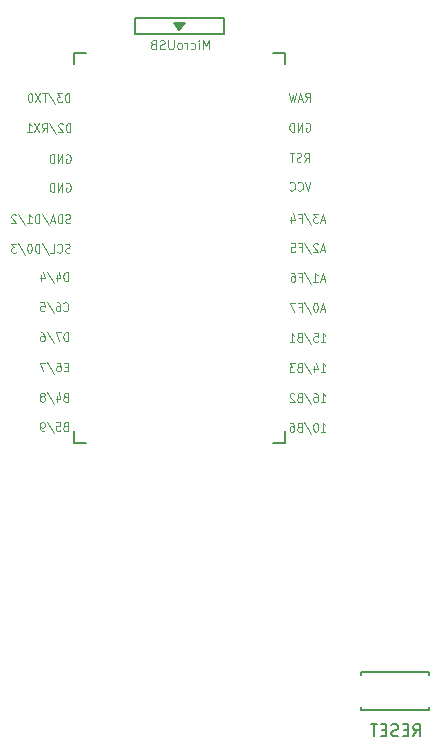
<source format=gbo>
G04 #@! TF.GenerationSoftware,KiCad,Pcbnew,(5.1.10)-1*
G04 #@! TF.CreationDate,2021-05-19T19:05:48-07:00*
G04 #@! TF.ProjectId,numpad,6e756d70-6164-42e6-9b69-6361645f7063,rev?*
G04 #@! TF.SameCoordinates,Original*
G04 #@! TF.FileFunction,Legend,Bot*
G04 #@! TF.FilePolarity,Positive*
%FSLAX46Y46*%
G04 Gerber Fmt 4.6, Leading zero omitted, Abs format (unit mm)*
G04 Created by KiCad (PCBNEW (5.1.10)-1) date 2021-05-19 19:05:48*
%MOMM*%
%LPD*%
G01*
G04 APERTURE LIST*
%ADD10C,0.150000*%
%ADD11C,0.120000*%
%ADD12C,0.125000*%
%ADD13O,2.400000X2.950000*%
%ADD14C,2.400000*%
%ADD15O,2.200000X1.600000*%
%ADD16O,2.200000X1.500000*%
%ADD17O,2.950000X2.400000*%
%ADD18O,1.600000X2.200000*%
%ADD19O,1.500000X2.200000*%
G04 APERTURE END LIST*
D10*
X150343750Y-100793750D02*
X156043750Y-100793750D01*
X156043750Y-100793750D02*
X156043750Y-101043750D01*
X150343750Y-100793750D02*
X150343750Y-101043750D01*
X150343750Y-103993750D02*
X150343750Y-103743750D01*
X150343750Y-103993750D02*
X156043750Y-103993750D01*
X156043750Y-103993750D02*
X156043750Y-103743750D01*
X135087500Y-46275000D02*
X134787500Y-46275000D01*
X135187500Y-46125000D02*
X134687500Y-46125000D01*
X135287500Y-45975000D02*
X134587500Y-45975000D01*
X134937500Y-46475000D02*
X135437500Y-45825000D01*
X134437500Y-45825000D02*
X134937500Y-46475000D01*
X135437500Y-45825000D02*
X134437500Y-45825000D01*
X131187500Y-45475000D02*
X138687500Y-45475000D01*
X131187500Y-46775000D02*
X131187500Y-45475000D01*
X138687500Y-46775000D02*
X131187500Y-46775000D01*
X138687500Y-45475000D02*
X138687500Y-46775000D01*
X143837500Y-48375000D02*
X143837500Y-49375000D01*
X126037500Y-48375000D02*
X126037500Y-49375000D01*
X143837500Y-48375000D02*
X142837500Y-48375000D01*
X126037500Y-48375000D02*
X126987500Y-48375000D01*
X143837500Y-80375000D02*
X143837500Y-81425000D01*
X126037500Y-80425000D02*
X126037500Y-81425000D01*
X143837500Y-81425000D02*
X142837500Y-81425000D01*
X126037500Y-81425000D02*
X127047500Y-81425000D01*
X154741380Y-106243380D02*
X155074714Y-105767190D01*
X155312809Y-106243380D02*
X155312809Y-105243380D01*
X154931857Y-105243380D01*
X154836619Y-105291000D01*
X154789000Y-105338619D01*
X154741380Y-105433857D01*
X154741380Y-105576714D01*
X154789000Y-105671952D01*
X154836619Y-105719571D01*
X154931857Y-105767190D01*
X155312809Y-105767190D01*
X154312809Y-105719571D02*
X153979476Y-105719571D01*
X153836619Y-106243380D02*
X154312809Y-106243380D01*
X154312809Y-105243380D01*
X153836619Y-105243380D01*
X153455666Y-106195761D02*
X153312809Y-106243380D01*
X153074714Y-106243380D01*
X152979476Y-106195761D01*
X152931857Y-106148142D01*
X152884238Y-106052904D01*
X152884238Y-105957666D01*
X152931857Y-105862428D01*
X152979476Y-105814809D01*
X153074714Y-105767190D01*
X153265190Y-105719571D01*
X153360428Y-105671952D01*
X153408047Y-105624333D01*
X153455666Y-105529095D01*
X153455666Y-105433857D01*
X153408047Y-105338619D01*
X153360428Y-105291000D01*
X153265190Y-105243380D01*
X153027095Y-105243380D01*
X152884238Y-105291000D01*
X152455666Y-105719571D02*
X152122333Y-105719571D01*
X151979476Y-106243380D02*
X152455666Y-106243380D01*
X152455666Y-105243380D01*
X151979476Y-105243380D01*
X151693761Y-105243380D02*
X151122333Y-105243380D01*
X151408047Y-106243380D02*
X151408047Y-105243380D01*
D11*
X137433928Y-48064285D02*
X137433928Y-47314285D01*
X137183928Y-47850000D01*
X136933928Y-47314285D01*
X136933928Y-48064285D01*
X136576785Y-48064285D02*
X136576785Y-47564285D01*
X136576785Y-47314285D02*
X136612500Y-47350000D01*
X136576785Y-47385714D01*
X136541071Y-47350000D01*
X136576785Y-47314285D01*
X136576785Y-47385714D01*
X135898214Y-48028571D02*
X135969642Y-48064285D01*
X136112500Y-48064285D01*
X136183928Y-48028571D01*
X136219642Y-47992857D01*
X136255357Y-47921428D01*
X136255357Y-47707142D01*
X136219642Y-47635714D01*
X136183928Y-47600000D01*
X136112500Y-47564285D01*
X135969642Y-47564285D01*
X135898214Y-47600000D01*
X135576785Y-48064285D02*
X135576785Y-47564285D01*
X135576785Y-47707142D02*
X135541071Y-47635714D01*
X135505357Y-47600000D01*
X135433928Y-47564285D01*
X135362500Y-47564285D01*
X135005357Y-48064285D02*
X135076785Y-48028571D01*
X135112500Y-47992857D01*
X135148214Y-47921428D01*
X135148214Y-47707142D01*
X135112500Y-47635714D01*
X135076785Y-47600000D01*
X135005357Y-47564285D01*
X134898214Y-47564285D01*
X134826785Y-47600000D01*
X134791071Y-47635714D01*
X134755357Y-47707142D01*
X134755357Y-47921428D01*
X134791071Y-47992857D01*
X134826785Y-48028571D01*
X134898214Y-48064285D01*
X135005357Y-48064285D01*
X134433928Y-47314285D02*
X134433928Y-47921428D01*
X134398214Y-47992857D01*
X134362500Y-48028571D01*
X134291071Y-48064285D01*
X134148214Y-48064285D01*
X134076785Y-48028571D01*
X134041071Y-47992857D01*
X134005357Y-47921428D01*
X134005357Y-47314285D01*
X133683928Y-48028571D02*
X133576785Y-48064285D01*
X133398214Y-48064285D01*
X133326785Y-48028571D01*
X133291071Y-47992857D01*
X133255357Y-47921428D01*
X133255357Y-47850000D01*
X133291071Y-47778571D01*
X133326785Y-47742857D01*
X133398214Y-47707142D01*
X133541071Y-47671428D01*
X133612500Y-47635714D01*
X133648214Y-47600000D01*
X133683928Y-47528571D01*
X133683928Y-47457142D01*
X133648214Y-47385714D01*
X133612500Y-47350000D01*
X133541071Y-47314285D01*
X133362500Y-47314285D01*
X133255357Y-47350000D01*
X132683928Y-47671428D02*
X132576785Y-47707142D01*
X132541071Y-47742857D01*
X132505357Y-47814285D01*
X132505357Y-47921428D01*
X132541071Y-47992857D01*
X132576785Y-48028571D01*
X132648214Y-48064285D01*
X132933928Y-48064285D01*
X132933928Y-47314285D01*
X132683928Y-47314285D01*
X132612500Y-47350000D01*
X132576785Y-47385714D01*
X132541071Y-47457142D01*
X132541071Y-47528571D01*
X132576785Y-47600000D01*
X132612500Y-47635714D01*
X132683928Y-47671428D01*
X132933928Y-47671428D01*
D12*
X125273690Y-77521428D02*
X125177976Y-77557142D01*
X125146071Y-77592857D01*
X125114166Y-77664285D01*
X125114166Y-77771428D01*
X125146071Y-77842857D01*
X125177976Y-77878571D01*
X125241785Y-77914285D01*
X125497023Y-77914285D01*
X125497023Y-77164285D01*
X125273690Y-77164285D01*
X125209880Y-77200000D01*
X125177976Y-77235714D01*
X125146071Y-77307142D01*
X125146071Y-77378571D01*
X125177976Y-77450000D01*
X125209880Y-77485714D01*
X125273690Y-77521428D01*
X125497023Y-77521428D01*
X124539880Y-77414285D02*
X124539880Y-77914285D01*
X124699404Y-77128571D02*
X124858928Y-77664285D01*
X124444166Y-77664285D01*
X123710357Y-77128571D02*
X124284642Y-78092857D01*
X123391309Y-77485714D02*
X123455119Y-77450000D01*
X123487023Y-77414285D01*
X123518928Y-77342857D01*
X123518928Y-77307142D01*
X123487023Y-77235714D01*
X123455119Y-77200000D01*
X123391309Y-77164285D01*
X123263690Y-77164285D01*
X123199880Y-77200000D01*
X123167976Y-77235714D01*
X123136071Y-77307142D01*
X123136071Y-77342857D01*
X123167976Y-77414285D01*
X123199880Y-77450000D01*
X123263690Y-77485714D01*
X123391309Y-77485714D01*
X123455119Y-77521428D01*
X123487023Y-77557142D01*
X123518928Y-77628571D01*
X123518928Y-77771428D01*
X123487023Y-77842857D01*
X123455119Y-77878571D01*
X123391309Y-77914285D01*
X123263690Y-77914285D01*
X123199880Y-77878571D01*
X123167976Y-77842857D01*
X123136071Y-77771428D01*
X123136071Y-77628571D01*
X123167976Y-77557142D01*
X123199880Y-77521428D01*
X123263690Y-77485714D01*
X125701071Y-55114285D02*
X125701071Y-54364285D01*
X125541547Y-54364285D01*
X125445833Y-54400000D01*
X125382023Y-54471428D01*
X125350119Y-54542857D01*
X125318214Y-54685714D01*
X125318214Y-54792857D01*
X125350119Y-54935714D01*
X125382023Y-55007142D01*
X125445833Y-55078571D01*
X125541547Y-55114285D01*
X125701071Y-55114285D01*
X125062976Y-54435714D02*
X125031071Y-54400000D01*
X124967261Y-54364285D01*
X124807738Y-54364285D01*
X124743928Y-54400000D01*
X124712023Y-54435714D01*
X124680119Y-54507142D01*
X124680119Y-54578571D01*
X124712023Y-54685714D01*
X125094880Y-55114285D01*
X124680119Y-55114285D01*
X123914404Y-54328571D02*
X124488690Y-55292857D01*
X123308214Y-55114285D02*
X123531547Y-54757142D01*
X123691071Y-55114285D02*
X123691071Y-54364285D01*
X123435833Y-54364285D01*
X123372023Y-54400000D01*
X123340119Y-54435714D01*
X123308214Y-54507142D01*
X123308214Y-54614285D01*
X123340119Y-54685714D01*
X123372023Y-54721428D01*
X123435833Y-54757142D01*
X123691071Y-54757142D01*
X123084880Y-54364285D02*
X122638214Y-55114285D01*
X122638214Y-54364285D02*
X123084880Y-55114285D01*
X122032023Y-55114285D02*
X122414880Y-55114285D01*
X122223452Y-55114285D02*
X122223452Y-54364285D01*
X122287261Y-54471428D01*
X122351071Y-54542857D01*
X122414880Y-54578571D01*
X125273690Y-80021428D02*
X125177976Y-80057142D01*
X125146071Y-80092857D01*
X125114166Y-80164285D01*
X125114166Y-80271428D01*
X125146071Y-80342857D01*
X125177976Y-80378571D01*
X125241785Y-80414285D01*
X125497023Y-80414285D01*
X125497023Y-79664285D01*
X125273690Y-79664285D01*
X125209880Y-79700000D01*
X125177976Y-79735714D01*
X125146071Y-79807142D01*
X125146071Y-79878571D01*
X125177976Y-79950000D01*
X125209880Y-79985714D01*
X125273690Y-80021428D01*
X125497023Y-80021428D01*
X124507976Y-79664285D02*
X124827023Y-79664285D01*
X124858928Y-80021428D01*
X124827023Y-79985714D01*
X124763214Y-79950000D01*
X124603690Y-79950000D01*
X124539880Y-79985714D01*
X124507976Y-80021428D01*
X124476071Y-80092857D01*
X124476071Y-80271428D01*
X124507976Y-80342857D01*
X124539880Y-80378571D01*
X124603690Y-80414285D01*
X124763214Y-80414285D01*
X124827023Y-80378571D01*
X124858928Y-80342857D01*
X123710357Y-79628571D02*
X124284642Y-80592857D01*
X123455119Y-80414285D02*
X123327500Y-80414285D01*
X123263690Y-80378571D01*
X123231785Y-80342857D01*
X123167976Y-80235714D01*
X123136071Y-80092857D01*
X123136071Y-79807142D01*
X123167976Y-79735714D01*
X123199880Y-79700000D01*
X123263690Y-79664285D01*
X123391309Y-79664285D01*
X123455119Y-79700000D01*
X123487023Y-79735714D01*
X123518928Y-79807142D01*
X123518928Y-79985714D01*
X123487023Y-80057142D01*
X123455119Y-80092857D01*
X123391309Y-80128571D01*
X123263690Y-80128571D01*
X123199880Y-80092857D01*
X123167976Y-80057142D01*
X123136071Y-79985714D01*
X125114166Y-70192857D02*
X125146071Y-70228571D01*
X125241785Y-70264285D01*
X125305595Y-70264285D01*
X125401309Y-70228571D01*
X125465119Y-70157142D01*
X125497023Y-70085714D01*
X125528928Y-69942857D01*
X125528928Y-69835714D01*
X125497023Y-69692857D01*
X125465119Y-69621428D01*
X125401309Y-69550000D01*
X125305595Y-69514285D01*
X125241785Y-69514285D01*
X125146071Y-69550000D01*
X125114166Y-69585714D01*
X124539880Y-69514285D02*
X124667500Y-69514285D01*
X124731309Y-69550000D01*
X124763214Y-69585714D01*
X124827023Y-69692857D01*
X124858928Y-69835714D01*
X124858928Y-70121428D01*
X124827023Y-70192857D01*
X124795119Y-70228571D01*
X124731309Y-70264285D01*
X124603690Y-70264285D01*
X124539880Y-70228571D01*
X124507976Y-70192857D01*
X124476071Y-70121428D01*
X124476071Y-69942857D01*
X124507976Y-69871428D01*
X124539880Y-69835714D01*
X124603690Y-69800000D01*
X124731309Y-69800000D01*
X124795119Y-69835714D01*
X124827023Y-69871428D01*
X124858928Y-69942857D01*
X123710357Y-69478571D02*
X124284642Y-70442857D01*
X123167976Y-69514285D02*
X123487023Y-69514285D01*
X123518928Y-69871428D01*
X123487023Y-69835714D01*
X123423214Y-69800000D01*
X123263690Y-69800000D01*
X123199880Y-69835714D01*
X123167976Y-69871428D01*
X123136071Y-69942857D01*
X123136071Y-70121428D01*
X123167976Y-70192857D01*
X123199880Y-70228571D01*
X123263690Y-70264285D01*
X123423214Y-70264285D01*
X123487023Y-70228571D01*
X123518928Y-70192857D01*
X125655119Y-65278571D02*
X125559404Y-65314285D01*
X125399880Y-65314285D01*
X125336071Y-65278571D01*
X125304166Y-65242857D01*
X125272261Y-65171428D01*
X125272261Y-65100000D01*
X125304166Y-65028571D01*
X125336071Y-64992857D01*
X125399880Y-64957142D01*
X125527500Y-64921428D01*
X125591309Y-64885714D01*
X125623214Y-64850000D01*
X125655119Y-64778571D01*
X125655119Y-64707142D01*
X125623214Y-64635714D01*
X125591309Y-64600000D01*
X125527500Y-64564285D01*
X125367976Y-64564285D01*
X125272261Y-64600000D01*
X124602261Y-65242857D02*
X124634166Y-65278571D01*
X124729880Y-65314285D01*
X124793690Y-65314285D01*
X124889404Y-65278571D01*
X124953214Y-65207142D01*
X124985119Y-65135714D01*
X125017023Y-64992857D01*
X125017023Y-64885714D01*
X124985119Y-64742857D01*
X124953214Y-64671428D01*
X124889404Y-64600000D01*
X124793690Y-64564285D01*
X124729880Y-64564285D01*
X124634166Y-64600000D01*
X124602261Y-64635714D01*
X123996071Y-65314285D02*
X124315119Y-65314285D01*
X124315119Y-64564285D01*
X123294166Y-64528571D02*
X123868452Y-65492857D01*
X123070833Y-65314285D02*
X123070833Y-64564285D01*
X122911309Y-64564285D01*
X122815595Y-64600000D01*
X122751785Y-64671428D01*
X122719880Y-64742857D01*
X122687976Y-64885714D01*
X122687976Y-64992857D01*
X122719880Y-65135714D01*
X122751785Y-65207142D01*
X122815595Y-65278571D01*
X122911309Y-65314285D01*
X123070833Y-65314285D01*
X122273214Y-64564285D02*
X122209404Y-64564285D01*
X122145595Y-64600000D01*
X122113690Y-64635714D01*
X122081785Y-64707142D01*
X122049880Y-64850000D01*
X122049880Y-65028571D01*
X122081785Y-65171428D01*
X122113690Y-65242857D01*
X122145595Y-65278571D01*
X122209404Y-65314285D01*
X122273214Y-65314285D01*
X122337023Y-65278571D01*
X122368928Y-65242857D01*
X122400833Y-65171428D01*
X122432738Y-65028571D01*
X122432738Y-64850000D01*
X122400833Y-64707142D01*
X122368928Y-64635714D01*
X122337023Y-64600000D01*
X122273214Y-64564285D01*
X121284166Y-64528571D02*
X121858452Y-65492857D01*
X121124642Y-64564285D02*
X120709880Y-64564285D01*
X120933214Y-64850000D01*
X120837500Y-64850000D01*
X120773690Y-64885714D01*
X120741785Y-64921428D01*
X120709880Y-64992857D01*
X120709880Y-65171428D01*
X120741785Y-65242857D01*
X120773690Y-65278571D01*
X120837500Y-65314285D01*
X121028928Y-65314285D01*
X121092738Y-65278571D01*
X121124642Y-65242857D01*
X125671071Y-62778571D02*
X125575357Y-62814285D01*
X125415833Y-62814285D01*
X125352023Y-62778571D01*
X125320119Y-62742857D01*
X125288214Y-62671428D01*
X125288214Y-62600000D01*
X125320119Y-62528571D01*
X125352023Y-62492857D01*
X125415833Y-62457142D01*
X125543452Y-62421428D01*
X125607261Y-62385714D01*
X125639166Y-62350000D01*
X125671071Y-62278571D01*
X125671071Y-62207142D01*
X125639166Y-62135714D01*
X125607261Y-62100000D01*
X125543452Y-62064285D01*
X125383928Y-62064285D01*
X125288214Y-62100000D01*
X125001071Y-62814285D02*
X125001071Y-62064285D01*
X124841547Y-62064285D01*
X124745833Y-62100000D01*
X124682023Y-62171428D01*
X124650119Y-62242857D01*
X124618214Y-62385714D01*
X124618214Y-62492857D01*
X124650119Y-62635714D01*
X124682023Y-62707142D01*
X124745833Y-62778571D01*
X124841547Y-62814285D01*
X125001071Y-62814285D01*
X124362976Y-62600000D02*
X124043928Y-62600000D01*
X124426785Y-62814285D02*
X124203452Y-62064285D01*
X123980119Y-62814285D01*
X123278214Y-62028571D02*
X123852500Y-62992857D01*
X123054880Y-62814285D02*
X123054880Y-62064285D01*
X122895357Y-62064285D01*
X122799642Y-62100000D01*
X122735833Y-62171428D01*
X122703928Y-62242857D01*
X122672023Y-62385714D01*
X122672023Y-62492857D01*
X122703928Y-62635714D01*
X122735833Y-62707142D01*
X122799642Y-62778571D01*
X122895357Y-62814285D01*
X123054880Y-62814285D01*
X122033928Y-62814285D02*
X122416785Y-62814285D01*
X122225357Y-62814285D02*
X122225357Y-62064285D01*
X122289166Y-62171428D01*
X122352976Y-62242857D01*
X122416785Y-62278571D01*
X121268214Y-62028571D02*
X121842500Y-62992857D01*
X121076785Y-62135714D02*
X121044880Y-62100000D01*
X120981071Y-62064285D01*
X120821547Y-62064285D01*
X120757738Y-62100000D01*
X120725833Y-62135714D01*
X120693928Y-62207142D01*
X120693928Y-62278571D01*
X120725833Y-62385714D01*
X121108690Y-62814285D01*
X120693928Y-62814285D01*
X125497023Y-67714285D02*
X125497023Y-66964285D01*
X125337500Y-66964285D01*
X125241785Y-67000000D01*
X125177976Y-67071428D01*
X125146071Y-67142857D01*
X125114166Y-67285714D01*
X125114166Y-67392857D01*
X125146071Y-67535714D01*
X125177976Y-67607142D01*
X125241785Y-67678571D01*
X125337500Y-67714285D01*
X125497023Y-67714285D01*
X124539880Y-67214285D02*
X124539880Y-67714285D01*
X124699404Y-66928571D02*
X124858928Y-67464285D01*
X124444166Y-67464285D01*
X123710357Y-66928571D02*
X124284642Y-67892857D01*
X123199880Y-67214285D02*
X123199880Y-67714285D01*
X123359404Y-66928571D02*
X123518928Y-67464285D01*
X123104166Y-67464285D01*
X125621309Y-52564285D02*
X125621309Y-51814285D01*
X125461785Y-51814285D01*
X125366071Y-51850000D01*
X125302261Y-51921428D01*
X125270357Y-51992857D01*
X125238452Y-52135714D01*
X125238452Y-52242857D01*
X125270357Y-52385714D01*
X125302261Y-52457142D01*
X125366071Y-52528571D01*
X125461785Y-52564285D01*
X125621309Y-52564285D01*
X125015119Y-51814285D02*
X124600357Y-51814285D01*
X124823690Y-52100000D01*
X124727976Y-52100000D01*
X124664166Y-52135714D01*
X124632261Y-52171428D01*
X124600357Y-52242857D01*
X124600357Y-52421428D01*
X124632261Y-52492857D01*
X124664166Y-52528571D01*
X124727976Y-52564285D01*
X124919404Y-52564285D01*
X124983214Y-52528571D01*
X125015119Y-52492857D01*
X123834642Y-51778571D02*
X124408928Y-52742857D01*
X123707023Y-51814285D02*
X123324166Y-51814285D01*
X123515595Y-52564285D02*
X123515595Y-51814285D01*
X123164642Y-51814285D02*
X122717976Y-52564285D01*
X122717976Y-51814285D02*
X123164642Y-52564285D01*
X122335119Y-51814285D02*
X122271309Y-51814285D01*
X122207500Y-51850000D01*
X122175595Y-51885714D01*
X122143690Y-51957142D01*
X122111785Y-52100000D01*
X122111785Y-52278571D01*
X122143690Y-52421428D01*
X122175595Y-52492857D01*
X122207500Y-52528571D01*
X122271309Y-52564285D01*
X122335119Y-52564285D01*
X122398928Y-52528571D01*
X122430833Y-52492857D01*
X122462738Y-52421428D01*
X122494642Y-52278571D01*
X122494642Y-52100000D01*
X122462738Y-51957142D01*
X122430833Y-51885714D01*
X122398928Y-51850000D01*
X122335119Y-51814285D01*
X125342976Y-59450000D02*
X125406785Y-59414285D01*
X125502500Y-59414285D01*
X125598214Y-59450000D01*
X125662023Y-59521428D01*
X125693928Y-59592857D01*
X125725833Y-59735714D01*
X125725833Y-59842857D01*
X125693928Y-59985714D01*
X125662023Y-60057142D01*
X125598214Y-60128571D01*
X125502500Y-60164285D01*
X125438690Y-60164285D01*
X125342976Y-60128571D01*
X125311071Y-60092857D01*
X125311071Y-59842857D01*
X125438690Y-59842857D01*
X125023928Y-60164285D02*
X125023928Y-59414285D01*
X124641071Y-60164285D01*
X124641071Y-59414285D01*
X124322023Y-60164285D02*
X124322023Y-59414285D01*
X124162500Y-59414285D01*
X124066785Y-59450000D01*
X124002976Y-59521428D01*
X123971071Y-59592857D01*
X123939166Y-59735714D01*
X123939166Y-59842857D01*
X123971071Y-59985714D01*
X124002976Y-60057142D01*
X124066785Y-60128571D01*
X124162500Y-60164285D01*
X124322023Y-60164285D01*
X125342976Y-57000000D02*
X125406785Y-56964285D01*
X125502500Y-56964285D01*
X125598214Y-57000000D01*
X125662023Y-57071428D01*
X125693928Y-57142857D01*
X125725833Y-57285714D01*
X125725833Y-57392857D01*
X125693928Y-57535714D01*
X125662023Y-57607142D01*
X125598214Y-57678571D01*
X125502500Y-57714285D01*
X125438690Y-57714285D01*
X125342976Y-57678571D01*
X125311071Y-57642857D01*
X125311071Y-57392857D01*
X125438690Y-57392857D01*
X125023928Y-57714285D02*
X125023928Y-56964285D01*
X124641071Y-57714285D01*
X124641071Y-56964285D01*
X124322023Y-57714285D02*
X124322023Y-56964285D01*
X124162500Y-56964285D01*
X124066785Y-57000000D01*
X124002976Y-57071428D01*
X123971071Y-57142857D01*
X123939166Y-57285714D01*
X123939166Y-57392857D01*
X123971071Y-57535714D01*
X124002976Y-57607142D01*
X124066785Y-57678571D01*
X124162500Y-57714285D01*
X124322023Y-57714285D01*
X125497023Y-72814285D02*
X125497023Y-72064285D01*
X125337500Y-72064285D01*
X125241785Y-72100000D01*
X125177976Y-72171428D01*
X125146071Y-72242857D01*
X125114166Y-72385714D01*
X125114166Y-72492857D01*
X125146071Y-72635714D01*
X125177976Y-72707142D01*
X125241785Y-72778571D01*
X125337500Y-72814285D01*
X125497023Y-72814285D01*
X124890833Y-72064285D02*
X124444166Y-72064285D01*
X124731309Y-72814285D01*
X123710357Y-72028571D02*
X124284642Y-72992857D01*
X123199880Y-72064285D02*
X123327500Y-72064285D01*
X123391309Y-72100000D01*
X123423214Y-72135714D01*
X123487023Y-72242857D01*
X123518928Y-72385714D01*
X123518928Y-72671428D01*
X123487023Y-72742857D01*
X123455119Y-72778571D01*
X123391309Y-72814285D01*
X123263690Y-72814285D01*
X123199880Y-72778571D01*
X123167976Y-72742857D01*
X123136071Y-72671428D01*
X123136071Y-72492857D01*
X123167976Y-72421428D01*
X123199880Y-72385714D01*
X123263690Y-72350000D01*
X123391309Y-72350000D01*
X123455119Y-72385714D01*
X123487023Y-72421428D01*
X123518928Y-72492857D01*
X125465119Y-74971428D02*
X125241785Y-74971428D01*
X125146071Y-75364285D02*
X125465119Y-75364285D01*
X125465119Y-74614285D01*
X125146071Y-74614285D01*
X124571785Y-74614285D02*
X124699404Y-74614285D01*
X124763214Y-74650000D01*
X124795119Y-74685714D01*
X124858928Y-74792857D01*
X124890833Y-74935714D01*
X124890833Y-75221428D01*
X124858928Y-75292857D01*
X124827023Y-75328571D01*
X124763214Y-75364285D01*
X124635595Y-75364285D01*
X124571785Y-75328571D01*
X124539880Y-75292857D01*
X124507976Y-75221428D01*
X124507976Y-75042857D01*
X124539880Y-74971428D01*
X124571785Y-74935714D01*
X124635595Y-74900000D01*
X124763214Y-74900000D01*
X124827023Y-74935714D01*
X124858928Y-74971428D01*
X124890833Y-75042857D01*
X123742261Y-74578571D02*
X124316547Y-75542857D01*
X123582738Y-74614285D02*
X123136071Y-74614285D01*
X123423214Y-75364285D01*
X146915119Y-77964285D02*
X147297976Y-77964285D01*
X147106547Y-77964285D02*
X147106547Y-77214285D01*
X147170357Y-77321428D01*
X147234166Y-77392857D01*
X147297976Y-77428571D01*
X146340833Y-77214285D02*
X146468452Y-77214285D01*
X146532261Y-77250000D01*
X146564166Y-77285714D01*
X146627976Y-77392857D01*
X146659880Y-77535714D01*
X146659880Y-77821428D01*
X146627976Y-77892857D01*
X146596071Y-77928571D01*
X146532261Y-77964285D01*
X146404642Y-77964285D01*
X146340833Y-77928571D01*
X146308928Y-77892857D01*
X146277023Y-77821428D01*
X146277023Y-77642857D01*
X146308928Y-77571428D01*
X146340833Y-77535714D01*
X146404642Y-77500000D01*
X146532261Y-77500000D01*
X146596071Y-77535714D01*
X146627976Y-77571428D01*
X146659880Y-77642857D01*
X145511309Y-77178571D02*
X146085595Y-78142857D01*
X145064642Y-77571428D02*
X144968928Y-77607142D01*
X144937023Y-77642857D01*
X144905119Y-77714285D01*
X144905119Y-77821428D01*
X144937023Y-77892857D01*
X144968928Y-77928571D01*
X145032738Y-77964285D01*
X145287976Y-77964285D01*
X145287976Y-77214285D01*
X145064642Y-77214285D01*
X145000833Y-77250000D01*
X144968928Y-77285714D01*
X144937023Y-77357142D01*
X144937023Y-77428571D01*
X144968928Y-77500000D01*
X145000833Y-77535714D01*
X145064642Y-77571428D01*
X145287976Y-77571428D01*
X144649880Y-77285714D02*
X144617976Y-77250000D01*
X144554166Y-77214285D01*
X144394642Y-77214285D01*
X144330833Y-77250000D01*
X144298928Y-77285714D01*
X144267023Y-77357142D01*
X144267023Y-77428571D01*
X144298928Y-77535714D01*
X144681785Y-77964285D01*
X144267023Y-77964285D01*
X146915119Y-80464285D02*
X147297976Y-80464285D01*
X147106547Y-80464285D02*
X147106547Y-79714285D01*
X147170357Y-79821428D01*
X147234166Y-79892857D01*
X147297976Y-79928571D01*
X146500357Y-79714285D02*
X146436547Y-79714285D01*
X146372738Y-79750000D01*
X146340833Y-79785714D01*
X146308928Y-79857142D01*
X146277023Y-80000000D01*
X146277023Y-80178571D01*
X146308928Y-80321428D01*
X146340833Y-80392857D01*
X146372738Y-80428571D01*
X146436547Y-80464285D01*
X146500357Y-80464285D01*
X146564166Y-80428571D01*
X146596071Y-80392857D01*
X146627976Y-80321428D01*
X146659880Y-80178571D01*
X146659880Y-80000000D01*
X146627976Y-79857142D01*
X146596071Y-79785714D01*
X146564166Y-79750000D01*
X146500357Y-79714285D01*
X145511309Y-79678571D02*
X146085595Y-80642857D01*
X145064642Y-80071428D02*
X144968928Y-80107142D01*
X144937023Y-80142857D01*
X144905119Y-80214285D01*
X144905119Y-80321428D01*
X144937023Y-80392857D01*
X144968928Y-80428571D01*
X145032738Y-80464285D01*
X145287976Y-80464285D01*
X145287976Y-79714285D01*
X145064642Y-79714285D01*
X145000833Y-79750000D01*
X144968928Y-79785714D01*
X144937023Y-79857142D01*
X144937023Y-79928571D01*
X144968928Y-80000000D01*
X145000833Y-80035714D01*
X145064642Y-80071428D01*
X145287976Y-80071428D01*
X144330833Y-79714285D02*
X144458452Y-79714285D01*
X144522261Y-79750000D01*
X144554166Y-79785714D01*
X144617976Y-79892857D01*
X144649880Y-80035714D01*
X144649880Y-80321428D01*
X144617976Y-80392857D01*
X144586071Y-80428571D01*
X144522261Y-80464285D01*
X144394642Y-80464285D01*
X144330833Y-80428571D01*
X144298928Y-80392857D01*
X144267023Y-80321428D01*
X144267023Y-80142857D01*
X144298928Y-80071428D01*
X144330833Y-80035714D01*
X144394642Y-80000000D01*
X144522261Y-80000000D01*
X144586071Y-80035714D01*
X144617976Y-80071428D01*
X144649880Y-80142857D01*
X146915119Y-75414285D02*
X147297976Y-75414285D01*
X147106547Y-75414285D02*
X147106547Y-74664285D01*
X147170357Y-74771428D01*
X147234166Y-74842857D01*
X147297976Y-74878571D01*
X146340833Y-74914285D02*
X146340833Y-75414285D01*
X146500357Y-74628571D02*
X146659880Y-75164285D01*
X146245119Y-75164285D01*
X145511309Y-74628571D02*
X146085595Y-75592857D01*
X145064642Y-75021428D02*
X144968928Y-75057142D01*
X144937023Y-75092857D01*
X144905119Y-75164285D01*
X144905119Y-75271428D01*
X144937023Y-75342857D01*
X144968928Y-75378571D01*
X145032738Y-75414285D01*
X145287976Y-75414285D01*
X145287976Y-74664285D01*
X145064642Y-74664285D01*
X145000833Y-74700000D01*
X144968928Y-74735714D01*
X144937023Y-74807142D01*
X144937023Y-74878571D01*
X144968928Y-74950000D01*
X145000833Y-74985714D01*
X145064642Y-75021428D01*
X145287976Y-75021428D01*
X144681785Y-74664285D02*
X144267023Y-74664285D01*
X144490357Y-74950000D01*
X144394642Y-74950000D01*
X144330833Y-74985714D01*
X144298928Y-75021428D01*
X144267023Y-75092857D01*
X144267023Y-75271428D01*
X144298928Y-75342857D01*
X144330833Y-75378571D01*
X144394642Y-75414285D01*
X144586071Y-75414285D01*
X144649880Y-75378571D01*
X144681785Y-75342857D01*
X146915119Y-72864285D02*
X147297976Y-72864285D01*
X147106547Y-72864285D02*
X147106547Y-72114285D01*
X147170357Y-72221428D01*
X147234166Y-72292857D01*
X147297976Y-72328571D01*
X146308928Y-72114285D02*
X146627976Y-72114285D01*
X146659880Y-72471428D01*
X146627976Y-72435714D01*
X146564166Y-72400000D01*
X146404642Y-72400000D01*
X146340833Y-72435714D01*
X146308928Y-72471428D01*
X146277023Y-72542857D01*
X146277023Y-72721428D01*
X146308928Y-72792857D01*
X146340833Y-72828571D01*
X146404642Y-72864285D01*
X146564166Y-72864285D01*
X146627976Y-72828571D01*
X146659880Y-72792857D01*
X145511309Y-72078571D02*
X146085595Y-73042857D01*
X145064642Y-72471428D02*
X144968928Y-72507142D01*
X144937023Y-72542857D01*
X144905119Y-72614285D01*
X144905119Y-72721428D01*
X144937023Y-72792857D01*
X144968928Y-72828571D01*
X145032738Y-72864285D01*
X145287976Y-72864285D01*
X145287976Y-72114285D01*
X145064642Y-72114285D01*
X145000833Y-72150000D01*
X144968928Y-72185714D01*
X144937023Y-72257142D01*
X144937023Y-72328571D01*
X144968928Y-72400000D01*
X145000833Y-72435714D01*
X145064642Y-72471428D01*
X145287976Y-72471428D01*
X144267023Y-72864285D02*
X144649880Y-72864285D01*
X144458452Y-72864285D02*
X144458452Y-72114285D01*
X144522261Y-72221428D01*
X144586071Y-72292857D01*
X144649880Y-72328571D01*
X147218214Y-70100000D02*
X146899166Y-70100000D01*
X147282023Y-70314285D02*
X147058690Y-69564285D01*
X146835357Y-70314285D01*
X146484404Y-69564285D02*
X146420595Y-69564285D01*
X146356785Y-69600000D01*
X146324880Y-69635714D01*
X146292976Y-69707142D01*
X146261071Y-69850000D01*
X146261071Y-70028571D01*
X146292976Y-70171428D01*
X146324880Y-70242857D01*
X146356785Y-70278571D01*
X146420595Y-70314285D01*
X146484404Y-70314285D01*
X146548214Y-70278571D01*
X146580119Y-70242857D01*
X146612023Y-70171428D01*
X146643928Y-70028571D01*
X146643928Y-69850000D01*
X146612023Y-69707142D01*
X146580119Y-69635714D01*
X146548214Y-69600000D01*
X146484404Y-69564285D01*
X145495357Y-69528571D02*
X146069642Y-70492857D01*
X145048690Y-69921428D02*
X145272023Y-69921428D01*
X145272023Y-70314285D02*
X145272023Y-69564285D01*
X144952976Y-69564285D01*
X144761547Y-69564285D02*
X144314880Y-69564285D01*
X144602023Y-70314285D01*
X147218214Y-67550000D02*
X146899166Y-67550000D01*
X147282023Y-67764285D02*
X147058690Y-67014285D01*
X146835357Y-67764285D01*
X146261071Y-67764285D02*
X146643928Y-67764285D01*
X146452500Y-67764285D02*
X146452500Y-67014285D01*
X146516309Y-67121428D01*
X146580119Y-67192857D01*
X146643928Y-67228571D01*
X145495357Y-66978571D02*
X146069642Y-67942857D01*
X145048690Y-67371428D02*
X145272023Y-67371428D01*
X145272023Y-67764285D02*
X145272023Y-67014285D01*
X144952976Y-67014285D01*
X144410595Y-67014285D02*
X144538214Y-67014285D01*
X144602023Y-67050000D01*
X144633928Y-67085714D01*
X144697738Y-67192857D01*
X144729642Y-67335714D01*
X144729642Y-67621428D01*
X144697738Y-67692857D01*
X144665833Y-67728571D01*
X144602023Y-67764285D01*
X144474404Y-67764285D01*
X144410595Y-67728571D01*
X144378690Y-67692857D01*
X144346785Y-67621428D01*
X144346785Y-67442857D01*
X144378690Y-67371428D01*
X144410595Y-67335714D01*
X144474404Y-67300000D01*
X144602023Y-67300000D01*
X144665833Y-67335714D01*
X144697738Y-67371428D01*
X144729642Y-67442857D01*
X147218214Y-65050000D02*
X146899166Y-65050000D01*
X147282023Y-65264285D02*
X147058690Y-64514285D01*
X146835357Y-65264285D01*
X146643928Y-64585714D02*
X146612023Y-64550000D01*
X146548214Y-64514285D01*
X146388690Y-64514285D01*
X146324880Y-64550000D01*
X146292976Y-64585714D01*
X146261071Y-64657142D01*
X146261071Y-64728571D01*
X146292976Y-64835714D01*
X146675833Y-65264285D01*
X146261071Y-65264285D01*
X145495357Y-64478571D02*
X146069642Y-65442857D01*
X145048690Y-64871428D02*
X145272023Y-64871428D01*
X145272023Y-65264285D02*
X145272023Y-64514285D01*
X144952976Y-64514285D01*
X144378690Y-64514285D02*
X144697738Y-64514285D01*
X144729642Y-64871428D01*
X144697738Y-64835714D01*
X144633928Y-64800000D01*
X144474404Y-64800000D01*
X144410595Y-64835714D01*
X144378690Y-64871428D01*
X144346785Y-64942857D01*
X144346785Y-65121428D01*
X144378690Y-65192857D01*
X144410595Y-65228571D01*
X144474404Y-65264285D01*
X144633928Y-65264285D01*
X144697738Y-65228571D01*
X144729642Y-65192857D01*
X147218214Y-62550000D02*
X146899166Y-62550000D01*
X147282023Y-62764285D02*
X147058690Y-62014285D01*
X146835357Y-62764285D01*
X146675833Y-62014285D02*
X146261071Y-62014285D01*
X146484404Y-62300000D01*
X146388690Y-62300000D01*
X146324880Y-62335714D01*
X146292976Y-62371428D01*
X146261071Y-62442857D01*
X146261071Y-62621428D01*
X146292976Y-62692857D01*
X146324880Y-62728571D01*
X146388690Y-62764285D01*
X146580119Y-62764285D01*
X146643928Y-62728571D01*
X146675833Y-62692857D01*
X145495357Y-61978571D02*
X146069642Y-62942857D01*
X145048690Y-62371428D02*
X145272023Y-62371428D01*
X145272023Y-62764285D02*
X145272023Y-62014285D01*
X144952976Y-62014285D01*
X144410595Y-62264285D02*
X144410595Y-62764285D01*
X144570119Y-61978571D02*
X144729642Y-62514285D01*
X144314880Y-62514285D01*
X146025833Y-59314285D02*
X145802500Y-60064285D01*
X145579166Y-59314285D01*
X144972976Y-59992857D02*
X145004880Y-60028571D01*
X145100595Y-60064285D01*
X145164404Y-60064285D01*
X145260119Y-60028571D01*
X145323928Y-59957142D01*
X145355833Y-59885714D01*
X145387738Y-59742857D01*
X145387738Y-59635714D01*
X145355833Y-59492857D01*
X145323928Y-59421428D01*
X145260119Y-59350000D01*
X145164404Y-59314285D01*
X145100595Y-59314285D01*
X145004880Y-59350000D01*
X144972976Y-59385714D01*
X144302976Y-59992857D02*
X144334880Y-60028571D01*
X144430595Y-60064285D01*
X144494404Y-60064285D01*
X144590119Y-60028571D01*
X144653928Y-59957142D01*
X144685833Y-59885714D01*
X144717738Y-59742857D01*
X144717738Y-59635714D01*
X144685833Y-59492857D01*
X144653928Y-59421428D01*
X144590119Y-59350000D01*
X144494404Y-59314285D01*
X144430595Y-59314285D01*
X144334880Y-59350000D01*
X144302976Y-59385714D01*
X145499404Y-57614285D02*
X145722738Y-57257142D01*
X145882261Y-57614285D02*
X145882261Y-56864285D01*
X145627023Y-56864285D01*
X145563214Y-56900000D01*
X145531309Y-56935714D01*
X145499404Y-57007142D01*
X145499404Y-57114285D01*
X145531309Y-57185714D01*
X145563214Y-57221428D01*
X145627023Y-57257142D01*
X145882261Y-57257142D01*
X145244166Y-57578571D02*
X145148452Y-57614285D01*
X144988928Y-57614285D01*
X144925119Y-57578571D01*
X144893214Y-57542857D01*
X144861309Y-57471428D01*
X144861309Y-57400000D01*
X144893214Y-57328571D01*
X144925119Y-57292857D01*
X144988928Y-57257142D01*
X145116547Y-57221428D01*
X145180357Y-57185714D01*
X145212261Y-57150000D01*
X145244166Y-57078571D01*
X145244166Y-57007142D01*
X145212261Y-56935714D01*
X145180357Y-56900000D01*
X145116547Y-56864285D01*
X144957023Y-56864285D01*
X144861309Y-56900000D01*
X144669880Y-56864285D02*
X144287023Y-56864285D01*
X144478452Y-57614285D02*
X144478452Y-56864285D01*
X145642976Y-54350000D02*
X145706785Y-54314285D01*
X145802500Y-54314285D01*
X145898214Y-54350000D01*
X145962023Y-54421428D01*
X145993928Y-54492857D01*
X146025833Y-54635714D01*
X146025833Y-54742857D01*
X145993928Y-54885714D01*
X145962023Y-54957142D01*
X145898214Y-55028571D01*
X145802500Y-55064285D01*
X145738690Y-55064285D01*
X145642976Y-55028571D01*
X145611071Y-54992857D01*
X145611071Y-54742857D01*
X145738690Y-54742857D01*
X145323928Y-55064285D02*
X145323928Y-54314285D01*
X144941071Y-55064285D01*
X144941071Y-54314285D01*
X144622023Y-55064285D02*
X144622023Y-54314285D01*
X144462500Y-54314285D01*
X144366785Y-54350000D01*
X144302976Y-54421428D01*
X144271071Y-54492857D01*
X144239166Y-54635714D01*
X144239166Y-54742857D01*
X144271071Y-54885714D01*
X144302976Y-54957142D01*
X144366785Y-55028571D01*
X144462500Y-55064285D01*
X144622023Y-55064285D01*
X145595119Y-52514285D02*
X145818452Y-52157142D01*
X145977976Y-52514285D02*
X145977976Y-51764285D01*
X145722738Y-51764285D01*
X145658928Y-51800000D01*
X145627023Y-51835714D01*
X145595119Y-51907142D01*
X145595119Y-52014285D01*
X145627023Y-52085714D01*
X145658928Y-52121428D01*
X145722738Y-52157142D01*
X145977976Y-52157142D01*
X145339880Y-52300000D02*
X145020833Y-52300000D01*
X145403690Y-52514285D02*
X145180357Y-51764285D01*
X144957023Y-52514285D01*
X144797500Y-51764285D02*
X144637976Y-52514285D01*
X144510357Y-51978571D01*
X144382738Y-52514285D01*
X144223214Y-51764285D01*
%LPC*%
G36*
G01*
X130245726Y-127615793D02*
X131583988Y-126129503D01*
G75*
G02*
X133278719Y-126040686I891774J-802957D01*
G01*
X133278719Y-126040686D01*
G75*
G02*
X133367536Y-127735417I-802957J-891774D01*
G01*
X132029274Y-129221707D01*
G75*
G02*
X130334543Y-129310524I-891774J802957D01*
G01*
X130334543Y-129310524D01*
G75*
G02*
X130245726Y-127615793I802957J891774D01*
G01*
G37*
D13*
X137437500Y-126168750D03*
D14*
X132437500Y-126968750D03*
G36*
G01*
X136637626Y-125447547D02*
X136637626Y-125447547D01*
G75*
G02*
X137381052Y-124691031I749971J6545D01*
G01*
X140280942Y-124665725D01*
G75*
G02*
X141037458Y-125409151I6545J-749971D01*
G01*
X141037458Y-125409151D01*
G75*
G02*
X140294032Y-126165667I-749971J-6545D01*
G01*
X137394142Y-126190973D01*
G75*
G02*
X136637626Y-125447547I-6545J749971D01*
G01*
G37*
D15*
X129837500Y-134868750D03*
D16*
X134937500Y-136868750D03*
X134937500Y-117818750D03*
D15*
X129837500Y-115818750D03*
G36*
G01*
X136637626Y-106397547D02*
X136637626Y-106397547D01*
G75*
G02*
X137381052Y-105641031I749971J6545D01*
G01*
X140280942Y-105615725D01*
G75*
G02*
X141037458Y-106359151I6545J-749971D01*
G01*
X141037458Y-106359151D01*
G75*
G02*
X140294032Y-107115667I-749971J-6545D01*
G01*
X137394142Y-107140973D01*
G75*
G02*
X136637626Y-106397547I-6545J749971D01*
G01*
G37*
D14*
X132437500Y-107918750D03*
D13*
X137437500Y-107118750D03*
G36*
G01*
X130245726Y-108565793D02*
X131583988Y-107079503D01*
G75*
G02*
X133278719Y-106990686I891774J-802957D01*
G01*
X133278719Y-106990686D01*
G75*
G02*
X133367536Y-108685417I-802957J-891774D01*
G01*
X132029274Y-110171707D01*
G75*
G02*
X130334543Y-110260524I-891774J802957D01*
G01*
X130334543Y-110260524D01*
G75*
G02*
X130245726Y-108565793I802957J891774D01*
G01*
G37*
G36*
G01*
X111195726Y-108565793D02*
X112533988Y-107079503D01*
G75*
G02*
X114228719Y-106990686I891774J-802957D01*
G01*
X114228719Y-106990686D01*
G75*
G02*
X114317536Y-108685417I-802957J-891774D01*
G01*
X112979274Y-110171707D01*
G75*
G02*
X111284543Y-110260524I-891774J802957D01*
G01*
X111284543Y-110260524D01*
G75*
G02*
X111195726Y-108565793I802957J891774D01*
G01*
G37*
X118387500Y-107118750D03*
D14*
X113387500Y-107918750D03*
G36*
G01*
X117587626Y-106397547D02*
X117587626Y-106397547D01*
G75*
G02*
X118331052Y-105641031I749971J6545D01*
G01*
X121230942Y-105615725D01*
G75*
G02*
X121987458Y-106359151I6545J-749971D01*
G01*
X121987458Y-106359151D01*
G75*
G02*
X121244032Y-107115667I-749971J-6545D01*
G01*
X118344142Y-107140973D01*
G75*
G02*
X117587626Y-106397547I-6545J749971D01*
G01*
G37*
D15*
X110787500Y-115818750D03*
D16*
X115887500Y-117818750D03*
X96837500Y-117818750D03*
D15*
X91737500Y-115818750D03*
G36*
G01*
X98537626Y-106397547D02*
X98537626Y-106397547D01*
G75*
G02*
X99281052Y-105641031I749971J6545D01*
G01*
X102180942Y-105615725D01*
G75*
G02*
X102937458Y-106359151I6545J-749971D01*
G01*
X102937458Y-106359151D01*
G75*
G02*
X102194032Y-107115667I-749971J-6545D01*
G01*
X99294142Y-107140973D01*
G75*
G02*
X98537626Y-106397547I-6545J749971D01*
G01*
G37*
D14*
X94337500Y-107918750D03*
D13*
X99337500Y-107118750D03*
G36*
G01*
X92145726Y-108565793D02*
X93483988Y-107079503D01*
G75*
G02*
X95178719Y-106990686I891774J-802957D01*
G01*
X95178719Y-106990686D01*
G75*
G02*
X95267536Y-108685417I-802957J-891774D01*
G01*
X93929274Y-110171707D01*
G75*
G02*
X92234543Y-110260524I-891774J802957D01*
G01*
X92234543Y-110260524D01*
G75*
G02*
X92145726Y-108565793I802957J891774D01*
G01*
G37*
G36*
G01*
X130245726Y-89515793D02*
X131583988Y-88029503D01*
G75*
G02*
X133278719Y-87940686I891774J-802957D01*
G01*
X133278719Y-87940686D01*
G75*
G02*
X133367536Y-89635417I-802957J-891774D01*
G01*
X132029274Y-91121707D01*
G75*
G02*
X130334543Y-91210524I-891774J802957D01*
G01*
X130334543Y-91210524D01*
G75*
G02*
X130245726Y-89515793I802957J891774D01*
G01*
G37*
X137437500Y-88068750D03*
D14*
X132437500Y-88868750D03*
G36*
G01*
X136637626Y-87347547D02*
X136637626Y-87347547D01*
G75*
G02*
X137381052Y-86591031I749971J6545D01*
G01*
X140280942Y-86565725D01*
G75*
G02*
X141037458Y-87309151I6545J-749971D01*
G01*
X141037458Y-87309151D01*
G75*
G02*
X140294032Y-88065667I-749971J-6545D01*
G01*
X137394142Y-88090973D01*
G75*
G02*
X136637626Y-87347547I-6545J749971D01*
G01*
G37*
D15*
X129837500Y-96768750D03*
D16*
X134937500Y-98768750D03*
X115887500Y-98768750D03*
D15*
X110787500Y-96768750D03*
G36*
G01*
X117587626Y-87347547D02*
X117587626Y-87347547D01*
G75*
G02*
X118331052Y-86591031I749971J6545D01*
G01*
X121230942Y-86565725D01*
G75*
G02*
X121987458Y-87309151I6545J-749971D01*
G01*
X121987458Y-87309151D01*
G75*
G02*
X121244032Y-88065667I-749971J-6545D01*
G01*
X118344142Y-88090973D01*
G75*
G02*
X117587626Y-87347547I-6545J749971D01*
G01*
G37*
D14*
X113387500Y-88868750D03*
D13*
X118387500Y-88068750D03*
G36*
G01*
X111195726Y-89515793D02*
X112533988Y-88029503D01*
G75*
G02*
X114228719Y-87940686I891774J-802957D01*
G01*
X114228719Y-87940686D01*
G75*
G02*
X114317536Y-89635417I-802957J-891774D01*
G01*
X112979274Y-91121707D01*
G75*
G02*
X111284543Y-91210524I-891774J802957D01*
G01*
X111284543Y-91210524D01*
G75*
G02*
X111195726Y-89515793I802957J891774D01*
G01*
G37*
G36*
G01*
X92152477Y-89515793D02*
X93490739Y-88029503D01*
G75*
G02*
X95185470Y-87940686I891774J-802957D01*
G01*
X95185470Y-87940686D01*
G75*
G02*
X95274287Y-89635417I-802957J-891774D01*
G01*
X93936025Y-91121707D01*
G75*
G02*
X92241294Y-91210524I-891774J802957D01*
G01*
X92241294Y-91210524D01*
G75*
G02*
X92152477Y-89515793I802957J891774D01*
G01*
G37*
X99344251Y-88068750D03*
D14*
X94344251Y-88868750D03*
G36*
G01*
X98544377Y-87347547D02*
X98544377Y-87347547D01*
G75*
G02*
X99287803Y-86591031I749971J6545D01*
G01*
X102187693Y-86565725D01*
G75*
G02*
X102944209Y-87309151I6545J-749971D01*
G01*
X102944209Y-87309151D01*
G75*
G02*
X102200783Y-88065667I-749971J-6545D01*
G01*
X99300893Y-88090973D01*
G75*
G02*
X98544377Y-87347547I-6545J749971D01*
G01*
G37*
D15*
X91744251Y-96768750D03*
D16*
X96844251Y-98768750D03*
G36*
G01*
X130245726Y-70465793D02*
X131583988Y-68979503D01*
G75*
G02*
X133278719Y-68890686I891774J-802957D01*
G01*
X133278719Y-68890686D01*
G75*
G02*
X133367536Y-70585417I-802957J-891774D01*
G01*
X132029274Y-72071707D01*
G75*
G02*
X130334543Y-72160524I-891774J802957D01*
G01*
X130334543Y-72160524D01*
G75*
G02*
X130245726Y-70465793I802957J891774D01*
G01*
G37*
D13*
X137437500Y-69018750D03*
D14*
X132437500Y-69818750D03*
G36*
G01*
X136637626Y-68297547D02*
X136637626Y-68297547D01*
G75*
G02*
X137381052Y-67541031I749971J6545D01*
G01*
X140280942Y-67515725D01*
G75*
G02*
X141037458Y-68259151I6545J-749971D01*
G01*
X141037458Y-68259151D01*
G75*
G02*
X140294032Y-69015667I-749971J-6545D01*
G01*
X137394142Y-69040973D01*
G75*
G02*
X136637626Y-68297547I-6545J749971D01*
G01*
G37*
D15*
X129837500Y-77718750D03*
D16*
X134937500Y-79718750D03*
X115887500Y-79718750D03*
D15*
X110787500Y-77718750D03*
G36*
G01*
X117587626Y-68297547D02*
X117587626Y-68297547D01*
G75*
G02*
X118331052Y-67541031I749971J6545D01*
G01*
X121230942Y-67515725D01*
G75*
G02*
X121987458Y-68259151I6545J-749971D01*
G01*
X121987458Y-68259151D01*
G75*
G02*
X121244032Y-69015667I-749971J-6545D01*
G01*
X118344142Y-69040973D01*
G75*
G02*
X117587626Y-68297547I-6545J749971D01*
G01*
G37*
D14*
X113387500Y-69818750D03*
D13*
X118387500Y-69018750D03*
G36*
G01*
X111195726Y-70465793D02*
X112533988Y-68979503D01*
G75*
G02*
X114228719Y-68890686I891774J-802957D01*
G01*
X114228719Y-68890686D01*
G75*
G02*
X114317536Y-70585417I-802957J-891774D01*
G01*
X112979274Y-72071707D01*
G75*
G02*
X111284543Y-72160524I-891774J802957D01*
G01*
X111284543Y-72160524D01*
G75*
G02*
X111195726Y-70465793I802957J891774D01*
G01*
G37*
G36*
G01*
X92145726Y-70465793D02*
X93483988Y-68979503D01*
G75*
G02*
X95178719Y-68890686I891774J-802957D01*
G01*
X95178719Y-68890686D01*
G75*
G02*
X95267536Y-70585417I-802957J-891774D01*
G01*
X93929274Y-72071707D01*
G75*
G02*
X92234543Y-72160524I-891774J802957D01*
G01*
X92234543Y-72160524D01*
G75*
G02*
X92145726Y-70465793I802957J891774D01*
G01*
G37*
X99337500Y-69018750D03*
D14*
X94337500Y-69818750D03*
G36*
G01*
X98537626Y-68297547D02*
X98537626Y-68297547D01*
G75*
G02*
X99281052Y-67541031I749971J6545D01*
G01*
X102180942Y-67515725D01*
G75*
G02*
X102937458Y-68259151I6545J-749971D01*
G01*
X102937458Y-68259151D01*
G75*
G02*
X102194032Y-69015667I-749971J-6545D01*
G01*
X99294142Y-69040973D01*
G75*
G02*
X98537626Y-68297547I-6545J749971D01*
G01*
G37*
D15*
X91737500Y-77718750D03*
D16*
X96837500Y-79718750D03*
X153987500Y-60668750D03*
D15*
X148887500Y-58668750D03*
G36*
G01*
X155687626Y-49247547D02*
X155687626Y-49247547D01*
G75*
G02*
X156431052Y-48491031I749971J6545D01*
G01*
X159330942Y-48465725D01*
G75*
G02*
X160087458Y-49209151I6545J-749971D01*
G01*
X160087458Y-49209151D01*
G75*
G02*
X159344032Y-49965667I-749971J-6545D01*
G01*
X156444142Y-49990973D01*
G75*
G02*
X155687626Y-49247547I-6545J749971D01*
G01*
G37*
D14*
X151487500Y-50768750D03*
D13*
X156487500Y-49968750D03*
G36*
G01*
X149295726Y-51415793D02*
X150633988Y-49929503D01*
G75*
G02*
X152328719Y-49840686I891774J-802957D01*
G01*
X152328719Y-49840686D01*
G75*
G02*
X152417536Y-51535417I-802957J-891774D01*
G01*
X151079274Y-53021707D01*
G75*
G02*
X149384543Y-53110524I-891774J802957D01*
G01*
X149384543Y-53110524D01*
G75*
G02*
X149295726Y-51415793I802957J891774D01*
G01*
G37*
G36*
G01*
X130245726Y-51415793D02*
X131583988Y-49929503D01*
G75*
G02*
X133278719Y-49840686I891774J-802957D01*
G01*
X133278719Y-49840686D01*
G75*
G02*
X133367536Y-51535417I-802957J-891774D01*
G01*
X132029274Y-53021707D01*
G75*
G02*
X130334543Y-53110524I-891774J802957D01*
G01*
X130334543Y-53110524D01*
G75*
G02*
X130245726Y-51415793I802957J891774D01*
G01*
G37*
X137437500Y-49968750D03*
D14*
X132437500Y-50768750D03*
G36*
G01*
X136637626Y-49247547D02*
X136637626Y-49247547D01*
G75*
G02*
X137381052Y-48491031I749971J6545D01*
G01*
X140280942Y-48465725D01*
G75*
G02*
X141037458Y-49209151I6545J-749971D01*
G01*
X141037458Y-49209151D01*
G75*
G02*
X140294032Y-49965667I-749971J-6545D01*
G01*
X137394142Y-49990973D01*
G75*
G02*
X136637626Y-49247547I-6545J749971D01*
G01*
G37*
D15*
X129837500Y-58668750D03*
D16*
X134937500Y-60668750D03*
X115887500Y-60668750D03*
D15*
X110787500Y-58668750D03*
G36*
G01*
X117587626Y-49247547D02*
X117587626Y-49247547D01*
G75*
G02*
X118331052Y-48491031I749971J6545D01*
G01*
X121230942Y-48465725D01*
G75*
G02*
X121987458Y-49209151I6545J-749971D01*
G01*
X121987458Y-49209151D01*
G75*
G02*
X121244032Y-49965667I-749971J-6545D01*
G01*
X118344142Y-49990973D01*
G75*
G02*
X117587626Y-49247547I-6545J749971D01*
G01*
G37*
D14*
X113387500Y-50768750D03*
D13*
X118387500Y-49968750D03*
G36*
G01*
X111195726Y-51415793D02*
X112533988Y-49929503D01*
G75*
G02*
X114228719Y-49840686I891774J-802957D01*
G01*
X114228719Y-49840686D01*
G75*
G02*
X114317536Y-51535417I-802957J-891774D01*
G01*
X112979274Y-53021707D01*
G75*
G02*
X111284543Y-53110524I-891774J802957D01*
G01*
X111284543Y-53110524D01*
G75*
G02*
X111195726Y-51415793I802957J891774D01*
G01*
G37*
G36*
G01*
X92145726Y-51415793D02*
X93483988Y-49929503D01*
G75*
G02*
X95178719Y-49840686I891774J-802957D01*
G01*
X95178719Y-49840686D01*
G75*
G02*
X95267536Y-51535417I-802957J-891774D01*
G01*
X93929274Y-53021707D01*
G75*
G02*
X92234543Y-53110524I-891774J802957D01*
G01*
X92234543Y-53110524D01*
G75*
G02*
X92145726Y-51415793I802957J891774D01*
G01*
G37*
X99337500Y-49968750D03*
D14*
X94337500Y-50768750D03*
G36*
G01*
X98537626Y-49247547D02*
X98537626Y-49247547D01*
G75*
G02*
X99281052Y-48491031I749971J6545D01*
G01*
X102180942Y-48465725D01*
G75*
G02*
X102937458Y-49209151I6545J-749971D01*
G01*
X102937458Y-49209151D01*
G75*
G02*
X102194032Y-49965667I-749971J-6545D01*
G01*
X99294142Y-49990973D01*
G75*
G02*
X98537626Y-49247547I-6545J749971D01*
G01*
G37*
D15*
X91737500Y-58668750D03*
D16*
X96837500Y-60668750D03*
G36*
G01*
X150634543Y-88035524D02*
X149148253Y-86697262D01*
G75*
G02*
X149059436Y-85002531I802957J891774D01*
G01*
X149059436Y-85002531D01*
G75*
G02*
X150754167Y-84913714I891774J-802957D01*
G01*
X152240457Y-86251976D01*
G75*
G02*
X152329274Y-87946707I-802957J-891774D01*
G01*
X152329274Y-87946707D01*
G75*
G02*
X150634543Y-88035524I-891774J802957D01*
G01*
G37*
D17*
X149187500Y-80843750D03*
D14*
X149987500Y-85843750D03*
G36*
G01*
X148466297Y-81643624D02*
X148466297Y-81643624D01*
G75*
G02*
X147709781Y-80900198I-6545J749971D01*
G01*
X147684475Y-78000308D01*
G75*
G02*
X148427901Y-77243792I749971J6545D01*
G01*
X148427901Y-77243792D01*
G75*
G02*
X149184417Y-77987218I6545J-749971D01*
G01*
X149209723Y-80887108D01*
G75*
G02*
X148466297Y-81643624I-749971J-6545D01*
G01*
G37*
D18*
X157887500Y-88443750D03*
D19*
X159887500Y-83343750D03*
G36*
G01*
X150634543Y-126135524D02*
X149148253Y-124797262D01*
G75*
G02*
X149059436Y-123102531I802957J891774D01*
G01*
X149059436Y-123102531D01*
G75*
G02*
X150754167Y-123013714I891774J-802957D01*
G01*
X152240457Y-124351976D01*
G75*
G02*
X152329274Y-126046707I-802957J-891774D01*
G01*
X152329274Y-126046707D01*
G75*
G02*
X150634543Y-126135524I-891774J802957D01*
G01*
G37*
D17*
X149187500Y-118943750D03*
D14*
X149987500Y-123943750D03*
G36*
G01*
X148466297Y-119743624D02*
X148466297Y-119743624D01*
G75*
G02*
X147709781Y-119000198I-6545J749971D01*
G01*
X147684475Y-116100308D01*
G75*
G02*
X148427901Y-115343792I749971J6545D01*
G01*
X148427901Y-115343792D01*
G75*
G02*
X149184417Y-116087218I6545J-749971D01*
G01*
X149209723Y-118987108D01*
G75*
G02*
X148466297Y-119743624I-749971J-6545D01*
G01*
G37*
D18*
X157887500Y-126543750D03*
D19*
X159887500Y-121443750D03*
G36*
G01*
X101670726Y-127615793D02*
X103008988Y-126129503D01*
G75*
G02*
X104703719Y-126040686I891774J-802957D01*
G01*
X104703719Y-126040686D01*
G75*
G02*
X104792536Y-127735417I-802957J-891774D01*
G01*
X103454274Y-129221707D01*
G75*
G02*
X101759543Y-129310524I-891774J802957D01*
G01*
X101759543Y-129310524D01*
G75*
G02*
X101670726Y-127615793I802957J891774D01*
G01*
G37*
D13*
X108862500Y-126168750D03*
D14*
X103862500Y-126968750D03*
G36*
G01*
X108062626Y-125447547D02*
X108062626Y-125447547D01*
G75*
G02*
X108806052Y-124691031I749971J6545D01*
G01*
X111705942Y-124665725D01*
G75*
G02*
X112462458Y-125409151I6545J-749971D01*
G01*
X112462458Y-125409151D01*
G75*
G02*
X111719032Y-126165667I-749971J-6545D01*
G01*
X108819142Y-126190973D01*
G75*
G02*
X108062626Y-125447547I-6545J749971D01*
G01*
G37*
D15*
X101262500Y-134868750D03*
D16*
X106362500Y-136868750D03*
M02*

</source>
